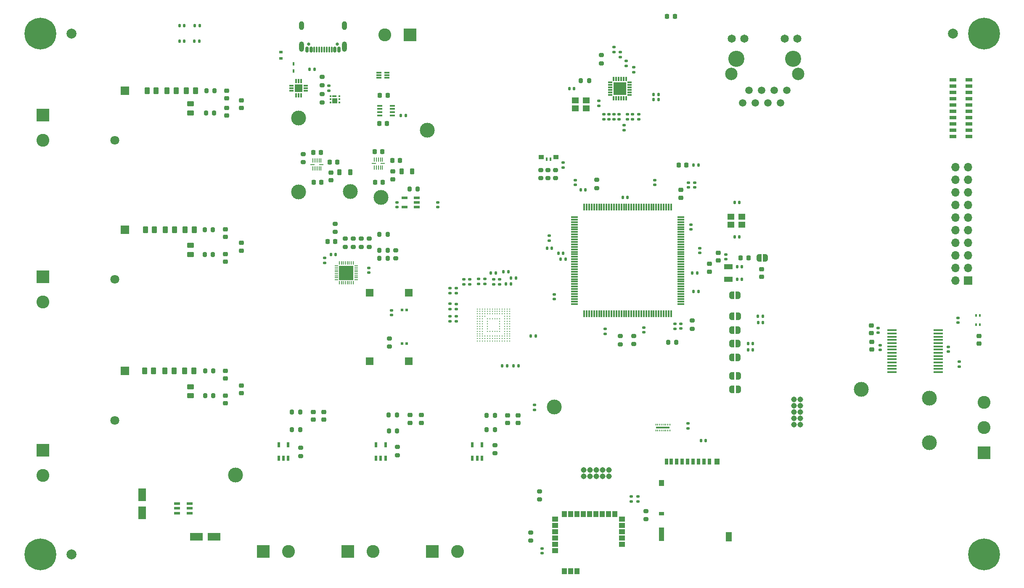
<source format=gbr>
%TF.GenerationSoftware,KiCad,Pcbnew,8.0.7*%
%TF.CreationDate,2025-11-12T22:50:05-06:00*%
%TF.ProjectId,EnergyMonitoringSystem,456e6572-6779-44d6-9f6e-69746f72696e,rev?*%
%TF.SameCoordinates,PX1c9c380PY91e9840*%
%TF.FileFunction,Soldermask,Top*%
%TF.FilePolarity,Negative*%
%FSLAX46Y46*%
G04 Gerber Fmt 4.6, Leading zero omitted, Abs format (unit mm)*
G04 Created by KiCad (PCBNEW 8.0.7) date 2025-11-12 22:50:05*
%MOMM*%
%LPD*%
G01*
G04 APERTURE LIST*
G04 Aperture macros list*
%AMRoundRect*
0 Rectangle with rounded corners*
0 $1 Rounding radius*
0 $2 $3 $4 $5 $6 $7 $8 $9 X,Y pos of 4 corners*
0 Add a 4 corners polygon primitive as box body*
4,1,4,$2,$3,$4,$5,$6,$7,$8,$9,$2,$3,0*
0 Add four circle primitives for the rounded corners*
1,1,$1+$1,$2,$3*
1,1,$1+$1,$4,$5*
1,1,$1+$1,$6,$7*
1,1,$1+$1,$8,$9*
0 Add four rect primitives between the rounded corners*
20,1,$1+$1,$2,$3,$4,$5,0*
20,1,$1+$1,$4,$5,$6,$7,0*
20,1,$1+$1,$6,$7,$8,$9,0*
20,1,$1+$1,$8,$9,$2,$3,0*%
%AMFreePoly0*
4,1,19,0.500000,-0.750000,0.000000,-0.750000,0.000000,-0.744911,-0.071157,-0.744911,-0.207708,-0.704816,-0.327430,-0.627875,-0.420627,-0.520320,-0.479746,-0.390866,-0.500000,-0.250000,-0.500000,0.250000,-0.479746,0.390866,-0.420627,0.520320,-0.327430,0.627875,-0.207708,0.704816,-0.071157,0.744911,0.000000,0.744911,0.000000,0.750000,0.500000,0.750000,0.500000,-0.750000,0.500000,-0.750000,
$1*%
%AMFreePoly1*
4,1,19,0.000000,0.744911,0.071157,0.744911,0.207708,0.704816,0.327430,0.627875,0.420627,0.520320,0.479746,0.390866,0.500000,0.250000,0.500000,-0.250000,0.479746,-0.390866,0.420627,-0.520320,0.327430,-0.627875,0.207708,-0.704816,0.071157,-0.744911,0.000000,-0.744911,0.000000,-0.750000,-0.500000,-0.750000,-0.500000,0.750000,0.000000,0.750000,0.000000,0.744911,0.000000,0.744911,
$1*%
G04 Aperture macros list end*
%ADD10RoundRect,0.200000X0.200000X0.275000X-0.200000X0.275000X-0.200000X-0.275000X0.200000X-0.275000X0*%
%ADD11FreePoly0,180.000000*%
%ADD12FreePoly1,180.000000*%
%ADD13RoundRect,0.135000X-0.185000X0.135000X-0.185000X-0.135000X0.185000X-0.135000X0.185000X0.135000X0*%
%ADD14R,1.700000X1.700000*%
%ADD15O,1.700000X1.700000*%
%ADD16R,0.420000X0.700000*%
%ADD17R,0.508000X0.977900*%
%ADD18RoundRect,0.140000X0.170000X-0.140000X0.170000X0.140000X-0.170000X0.140000X-0.170000X-0.140000X0*%
%ADD19RoundRect,0.140000X-0.170000X0.140000X-0.170000X-0.140000X0.170000X-0.140000X0.170000X0.140000X0*%
%ADD20RoundRect,0.225000X0.250000X-0.225000X0.250000X0.225000X-0.250000X0.225000X-0.250000X-0.225000X0*%
%ADD21RoundRect,0.135000X0.135000X0.185000X-0.135000X0.185000X-0.135000X-0.185000X0.135000X-0.185000X0*%
%ADD22RoundRect,0.250000X0.262500X0.450000X-0.262500X0.450000X-0.262500X-0.450000X0.262500X-0.450000X0*%
%ADD23RoundRect,0.140000X-0.140000X-0.170000X0.140000X-0.170000X0.140000X0.170000X-0.140000X0.170000X0*%
%ADD24R,0.550000X0.500000*%
%ADD25R,0.300000X0.850000*%
%ADD26R,0.850000X0.300000*%
%ADD27R,1.550000X1.550000*%
%ADD28RoundRect,0.200000X-0.275000X0.200000X-0.275000X-0.200000X0.275000X-0.200000X0.275000X0.200000X0*%
%ADD29RoundRect,0.135000X0.185000X-0.135000X0.185000X0.135000X-0.185000X0.135000X-0.185000X-0.135000X0*%
%ADD30RoundRect,0.225000X0.225000X0.250000X-0.225000X0.250000X-0.225000X-0.250000X0.225000X-0.250000X0*%
%ADD31RoundRect,0.135000X-0.135000X-0.185000X0.135000X-0.185000X0.135000X0.185000X-0.135000X0.185000X0*%
%ADD32RoundRect,0.225000X-0.225000X-0.250000X0.225000X-0.250000X0.225000X0.250000X-0.225000X0.250000X0*%
%ADD33RoundRect,0.140000X0.140000X0.170000X-0.140000X0.170000X-0.140000X-0.170000X0.140000X-0.170000X0*%
%ADD34C,3.000000*%
%ADD35R,1.050000X0.450000*%
%ADD36R,0.300000X0.350000*%
%ADD37R,1.125000X1.050000*%
%ADD38R,0.950000X0.350000*%
%ADD39RoundRect,0.147500X0.147500X0.172500X-0.147500X0.172500X-0.147500X-0.172500X0.147500X-0.172500X0*%
%ADD40C,6.400000*%
%ADD41R,1.981200X0.457200*%
%ADD42RoundRect,0.225000X-0.250000X0.225000X-0.250000X-0.225000X0.250000X-0.225000X0.250000X0.225000X0*%
%ADD43RoundRect,0.200000X0.275000X-0.200000X0.275000X0.200000X-0.275000X0.200000X-0.275000X-0.200000X0*%
%ADD44C,3.250000*%
%ADD45C,1.500000*%
%ADD46C,2.500000*%
%ADD47C,1.650000*%
%ADD48RoundRect,0.200000X-0.200000X-0.275000X0.200000X-0.275000X0.200000X0.275000X-0.200000X0.275000X0*%
%ADD49R,2.600000X2.600000*%
%ADD50C,2.600000*%
%ADD51RoundRect,0.250000X0.450000X-0.262500X0.450000X0.262500X-0.450000X0.262500X-0.450000X-0.262500X0*%
%ADD52R,0.200000X0.450000*%
%ADD53R,2.800000X0.300000*%
%ADD54R,0.200000X0.900000*%
%ADD55R,0.900000X0.200000*%
%ADD56RoundRect,0.218750X-0.218750X-0.256250X0.218750X-0.256250X0.218750X0.256250X-0.218750X0.256250X0*%
%ADD57R,1.000000X0.900000*%
%ADD58R,0.400000X0.800000*%
%ADD59R,1.500000X1.500000*%
%ADD60C,1.143000*%
%ADD61C,2.000000*%
%ADD62R,1.800000X1.800000*%
%ADD63C,1.800000*%
%ADD64RoundRect,0.218750X-0.256250X0.218750X-0.256250X-0.218750X0.256250X-0.218750X0.256250X0.218750X0*%
%ADD65R,1.800000X1.000000*%
%ADD66R,0.200000X0.750000*%
%ADD67R,0.750000X0.200000*%
%ADD68R,2.900000X2.900000*%
%ADD69R,1.470000X0.740000*%
%ADD70C,0.290000*%
%ADD71R,1.200000X1.000000*%
%ADD72R,1.000000X1.200000*%
%ADD73R,1.200000X0.600000*%
%ADD74R,0.400000X0.500000*%
%ADD75R,0.700000X1.200000*%
%ADD76R,1.000000X0.800000*%
%ADD77R,1.000000X2.800000*%
%ADD78R,1.300000X1.900000*%
%ADD79R,0.990000X0.300000*%
%ADD80R,1.600000X2.600000*%
%ADD81RoundRect,0.218750X-0.218750X-0.381250X0.218750X-0.381250X0.218750X0.381250X-0.218750X0.381250X0*%
%ADD82R,1.475000X0.300000*%
%ADD83R,0.300000X1.475000*%
%ADD84R,1.400000X1.200000*%
%ADD85R,0.800000X0.550000*%
%ADD86R,1.150000X0.600000*%
%ADD87RoundRect,0.218750X0.218750X0.256250X-0.218750X0.256250X-0.218750X-0.256250X0.218750X-0.256250X0*%
%ADD88C,0.650000*%
%ADD89RoundRect,0.150000X0.150000X0.425000X-0.150000X0.425000X-0.150000X-0.425000X0.150000X-0.425000X0*%
%ADD90RoundRect,0.075000X0.075000X0.500000X-0.075000X0.500000X-0.075000X-0.500000X0.075000X-0.500000X0*%
%ADD91O,1.000000X2.100000*%
%ADD92O,1.000000X1.800000*%
%ADD93R,2.600000X1.600000*%
G04 APERTURE END LIST*
D10*
%TO.C,R623*%
X40000000Y94000000D03*
X38350000Y94000000D03*
%TD*%
D11*
%TO.C,JP403*%
X145500000Y50250000D03*
D12*
X144200000Y50250000D03*
%TD*%
D13*
%TO.C,R809*%
X125500000Y93750000D03*
X125500000Y92730000D03*
%TD*%
D14*
%TO.C,J503*%
X191750000Y60210000D03*
D15*
X189210000Y60210000D03*
X191750000Y62750000D03*
X189210000Y62750000D03*
X191750000Y65290000D03*
X189210000Y65290000D03*
X191750000Y67830000D03*
X189210000Y67830000D03*
X191750000Y70370000D03*
X189210000Y70370000D03*
X191750000Y72910000D03*
X189210000Y72910000D03*
X191750000Y75450000D03*
X189210000Y75450000D03*
X191750000Y77990000D03*
X189210000Y77990000D03*
X191750000Y80530000D03*
X189210000Y80530000D03*
X191750000Y83070000D03*
X189210000Y83070000D03*
%TD*%
D16*
%TO.C,D202*%
X56012500Y102425000D03*
X56012500Y103875000D03*
%TD*%
D17*
%TO.C,U603*%
X92000000Y24400000D03*
X92950001Y24400000D03*
X93900002Y24400000D03*
X93900002Y27130500D03*
X92000000Y27130500D03*
%TD*%
D13*
%TO.C,R911*%
X90250000Y60510000D03*
X90250000Y59490000D03*
%TD*%
D18*
%TO.C,C202*%
X63112500Y98525000D03*
X63112500Y99485000D03*
%TD*%
D19*
%TO.C,C709*%
X135400000Y31400000D03*
X135400000Y30440000D03*
%TD*%
D20*
%TO.C,C405*%
X150250000Y60975000D03*
X150250000Y62525000D03*
%TD*%
D21*
%TO.C,R919*%
X104760000Y49000000D03*
X103740000Y49000000D03*
%TD*%
D22*
%TO.C,R604*%
X28325000Y98500000D03*
X26500000Y98500000D03*
%TD*%
D23*
%TO.C,C201*%
X59232500Y102825000D03*
X60192500Y102825000D03*
%TD*%
D24*
%TO.C,D401*%
X77800000Y54250000D03*
X78750000Y54250000D03*
%TD*%
D21*
%TO.C,R907*%
X99270000Y62000000D03*
X98250000Y62000000D03*
%TD*%
D25*
%TO.C,U201*%
X56512500Y97525000D03*
X57012500Y97525000D03*
X57512500Y97525000D03*
D26*
X58462500Y98475000D03*
X58462500Y98975000D03*
X58462500Y99475000D03*
D25*
X57512500Y100425000D03*
X57012500Y100425000D03*
X56512500Y100425000D03*
D26*
X55562500Y99475000D03*
X55562500Y98975000D03*
X55562500Y98475000D03*
D27*
X57012500Y98975000D03*
%TD*%
D28*
%TO.C,R412*%
X124500000Y49075000D03*
X124500000Y47425000D03*
%TD*%
D29*
%TO.C,R811*%
X121750000Y105250000D03*
X121750000Y106270000D03*
%TD*%
D30*
%TO.C,C305*%
X77425000Y84425000D03*
X75875000Y84425000D03*
%TD*%
D22*
%TO.C,R611*%
X32000000Y70500000D03*
X30175000Y70500000D03*
%TD*%
D29*
%TO.C,R803*%
X122500000Y90490000D03*
X122500000Y91510000D03*
%TD*%
D31*
%TO.C,R910*%
X100240000Y43000000D03*
X101260000Y43000000D03*
%TD*%
D32*
%TO.C,C204*%
X73362500Y97525000D03*
X74912500Y97525000D03*
%TD*%
D33*
%TO.C,C618*%
X64460001Y65439999D03*
X63500001Y65439999D03*
%TD*%
D34*
%TO.C,TP703*%
X170250000Y38250000D03*
%TD*%
D18*
%TO.C,C501*%
X124000000Y15700000D03*
X124000000Y16660000D03*
%TD*%
D13*
%TO.C,R913*%
X96250000Y60510000D03*
X96250000Y59490000D03*
%TD*%
D35*
%TO.C,U202*%
X75912500Y93525000D03*
X75912500Y94175000D03*
X75912500Y94825000D03*
X75912500Y95475000D03*
X73312500Y95475000D03*
X73312500Y94825000D03*
X73312500Y94175000D03*
X73312500Y93525000D03*
%TD*%
D36*
%TO.C,Q201*%
X65212500Y96125000D03*
X65212500Y96775000D03*
X65212500Y97425000D03*
X63437500Y97425000D03*
X63437500Y96775000D03*
X63437500Y96125000D03*
D37*
X64325000Y96475000D03*
D38*
X64237500Y97425000D03*
%TD*%
D20*
%TO.C,C701*%
X172300000Y49649999D03*
X172300000Y51199999D03*
%TD*%
D39*
%TO.C,D301*%
X33985000Y111600000D03*
X33015000Y111600000D03*
%TD*%
D13*
%TO.C,R807*%
X118500000Y93750000D03*
X118500000Y92730000D03*
%TD*%
D40*
%TO.C,H203*%
X195000000Y5000000D03*
%TD*%
D41*
%TO.C,U701*%
X176500000Y50199999D03*
X176500000Y49549998D03*
X176500000Y48899999D03*
X176500000Y48249998D03*
X176500000Y47600000D03*
X176500000Y46949998D03*
X176500000Y46300000D03*
X176500000Y45650001D03*
X176500000Y45000000D03*
X176500000Y44350001D03*
X176500000Y43700000D03*
X176500000Y43050001D03*
X176500000Y42400000D03*
X176500000Y41750001D03*
X185771000Y41749999D03*
X185771000Y42400000D03*
X185771000Y43049999D03*
X185771000Y43700000D03*
X185771000Y44349998D03*
X185771000Y45000000D03*
X185771000Y45649998D03*
X185771000Y46300000D03*
X185771000Y46949998D03*
X185771000Y47600000D03*
X185771000Y48249998D03*
X185771000Y48899999D03*
X185771000Y49549998D03*
X185771000Y50199999D03*
%TD*%
D42*
%TO.C,C615*%
X101200000Y33050000D03*
X101200000Y31500000D03*
%TD*%
D43*
%TO.C,R503*%
X103700000Y7800000D03*
X103700000Y9450000D03*
%TD*%
D44*
%TO.C,J801*%
X156540000Y104890000D03*
X145110000Y104890000D03*
D45*
X155270000Y98540000D03*
X154000000Y96000000D03*
X152730000Y98540000D03*
X151460000Y96000000D03*
X150190000Y98540000D03*
X148920000Y96000000D03*
X147650000Y98540000D03*
X146380000Y96000000D03*
D46*
X157555000Y101840000D03*
X144095000Y101840000D03*
D47*
X157450000Y108950000D03*
X154910000Y108950000D03*
X146740000Y108950000D03*
X144200000Y108950000D03*
%TD*%
D10*
%TO.C,R624*%
X39750000Y70500000D03*
X38100000Y70500000D03*
%TD*%
D21*
%TO.C,R203*%
X78612500Y93525000D03*
X77592500Y93525000D03*
%TD*%
D31*
%TO.C,R908*%
X99740000Y60750000D03*
X100760000Y60750000D03*
%TD*%
D21*
%TO.C,R920*%
X99010000Y43000000D03*
X97990000Y43000000D03*
%TD*%
D19*
%TO.C,C616*%
X62257775Y64760000D03*
X62257775Y63800000D03*
%TD*%
D48*
%TO.C,R402*%
X131425000Y47750000D03*
X133075000Y47750000D03*
%TD*%
D18*
%TO.C,C802*%
X117450000Y95470000D03*
X117450000Y96430000D03*
%TD*%
D19*
%TO.C,C428*%
X112750000Y80480000D03*
X112750000Y79520000D03*
%TD*%
D33*
%TO.C,C414*%
X110250000Y65750000D03*
X109290000Y65750000D03*
%TD*%
D42*
%TO.C,C601*%
X42500000Y98500000D03*
X42500000Y96950000D03*
%TD*%
D22*
%TO.C,R612*%
X31912500Y42000000D03*
X30087500Y42000000D03*
%TD*%
D49*
%TO.C,J602*%
X5500000Y61000000D03*
D50*
X5500000Y55920000D03*
%TD*%
D48*
%TO.C,R637*%
X73275000Y69500000D03*
X74925000Y69500000D03*
%TD*%
D51*
%TO.C,R619*%
X35250000Y94000000D03*
X35250000Y95825000D03*
%TD*%
D10*
%TO.C,R627*%
X39825000Y37000000D03*
X38175000Y37000000D03*
%TD*%
D23*
%TO.C,C409*%
X144770000Y76000000D03*
X145730000Y76000000D03*
%TD*%
D13*
%TO.C,R806*%
X120500000Y93750000D03*
X120500000Y92730000D03*
%TD*%
D10*
%TO.C,R630*%
X96500000Y33000000D03*
X94850000Y33000000D03*
%TD*%
D31*
%TO.C,R303*%
X36085000Y111600000D03*
X37105000Y111600000D03*
%TD*%
D52*
%TO.C,U702*%
X131750000Y31150000D03*
X131350000Y31150000D03*
X130950000Y31150000D03*
X130550000Y31150000D03*
X130150000Y31150000D03*
X129750000Y31150000D03*
X129350000Y31150000D03*
X128950000Y31150000D03*
X128950000Y30000000D03*
X129350000Y30000000D03*
X129750000Y30000000D03*
X130150000Y30000000D03*
X130550000Y30000000D03*
X130950000Y30000000D03*
X131350000Y30000000D03*
X131750000Y30000000D03*
D53*
X130350000Y30575000D03*
%TD*%
D17*
%TO.C,U602*%
X72599998Y24400000D03*
X73549999Y24400000D03*
X74500000Y24400000D03*
X74500000Y27130500D03*
X72599998Y27130500D03*
%TD*%
D19*
%TO.C,C433*%
X110250000Y83980000D03*
X110250000Y83020000D03*
%TD*%
D54*
%TO.C,U301*%
X72275000Y83025000D03*
X72675000Y83025000D03*
X73075000Y83025000D03*
X73475000Y83025000D03*
X73875000Y83025000D03*
D55*
X73975000Y83825000D03*
D54*
X73875000Y84625000D03*
X73475000Y84625000D03*
X73075000Y84625000D03*
X72675000Y84625000D03*
X72275000Y84625000D03*
D55*
X72175000Y83825000D03*
%TD*%
D19*
%TO.C,C401*%
X75750000Y54230000D03*
X75750000Y53270000D03*
%TD*%
D11*
%TO.C,JP408*%
X145500000Y57250000D03*
D12*
X144200000Y57250000D03*
%TD*%
D31*
%TO.C,R903*%
X95730000Y61750000D03*
X96750000Y61750000D03*
%TD*%
D17*
%TO.C,U601*%
X52999998Y24369500D03*
X53949999Y24369500D03*
X54900000Y24369500D03*
X54900000Y27100000D03*
X52999998Y27100000D03*
%TD*%
D29*
%TO.C,R915*%
X88750000Y51990000D03*
X88750000Y53010000D03*
%TD*%
D56*
%TO.C,L302*%
X60037500Y80025000D03*
X61612500Y80025000D03*
%TD*%
D42*
%TO.C,C603*%
X42250000Y70550000D03*
X42250000Y69000000D03*
%TD*%
D28*
%TO.C,R405*%
X105750000Y82500000D03*
X105750000Y80850000D03*
%TD*%
D19*
%TO.C,C705*%
X187800000Y46849999D03*
X187800000Y45889999D03*
%TD*%
D18*
%TO.C,C429*%
X136750000Y79000000D03*
X136750000Y79960000D03*
%TD*%
D19*
%TO.C,C421*%
X132750000Y51460000D03*
X132750000Y50500000D03*
%TD*%
D18*
%TO.C,C308*%
X85000000Y75020000D03*
X85000000Y75980000D03*
%TD*%
D56*
%TO.C,L301*%
X72400000Y80025000D03*
X73975000Y80025000D03*
%TD*%
D42*
%TO.C,C702*%
X172400000Y47859999D03*
X172400000Y46309999D03*
%TD*%
D26*
%TO.C,U801*%
X119750000Y100150000D03*
X119750000Y99650000D03*
X119750000Y99150000D03*
X119750000Y98650000D03*
X119750000Y98150000D03*
X119750000Y97650000D03*
D25*
X120450000Y96950000D03*
X120950000Y96950000D03*
X121450000Y96950000D03*
X121950000Y96950000D03*
X122450000Y96950000D03*
X122950000Y96950000D03*
D26*
X123650000Y97650000D03*
X123650000Y98150000D03*
X123650000Y98650000D03*
X123650000Y99150000D03*
X123650000Y99650000D03*
X123650000Y100150000D03*
D25*
X122950000Y100850000D03*
X122450000Y100850000D03*
X121950000Y100850000D03*
X121450000Y100850000D03*
X120950000Y100850000D03*
X120450000Y100850000D03*
D49*
X121700000Y98900000D03*
%TD*%
D40*
%TO.C,H201*%
X5000000Y110000000D03*
%TD*%
D42*
%TO.C,C602*%
X42500000Y95000000D03*
X42500000Y93450000D03*
%TD*%
D23*
%TO.C,C424*%
X145270000Y63000000D03*
X146230000Y63000000D03*
%TD*%
D49*
%TO.C,J604*%
X49920000Y5600000D03*
D50*
X55000000Y5600000D03*
%TD*%
D42*
%TO.C,C304*%
X63512500Y81975000D03*
X63512500Y80425000D03*
%TD*%
D57*
%TO.C,D407*%
X105845000Y85125000D03*
X108845000Y85125000D03*
D58*
X107745000Y84675000D03*
X106945000Y84675000D03*
%TD*%
D34*
%TO.C,TP201*%
X57012500Y93025000D03*
%TD*%
D18*
%TO.C,C435*%
X134000000Y50540000D03*
X134000000Y51500000D03*
%TD*%
D10*
%TO.C,R625*%
X39750000Y65500000D03*
X38100000Y65500000D03*
%TD*%
D18*
%TO.C,C502*%
X125300000Y15700000D03*
X125300000Y16660000D03*
%TD*%
D59*
%TO.C,SW402*%
X79150000Y44000000D03*
X71350000Y44000000D03*
%TD*%
D22*
%TO.C,R605*%
X28000000Y70500000D03*
X26175000Y70500000D03*
%TD*%
D43*
%TO.C,R301*%
X57912500Y84075000D03*
X57912500Y85725000D03*
%TD*%
D23*
%TO.C,C427*%
X107040000Y66750000D03*
X108000000Y66750000D03*
%TD*%
D60*
%TO.C,J401*%
X158000000Y31170000D03*
X156730000Y31170000D03*
X158000000Y32440000D03*
X156730000Y32440000D03*
X158000000Y33710000D03*
X156730000Y33710000D03*
X158000000Y34980000D03*
X156730000Y34980000D03*
X158000000Y36250000D03*
X156730000Y36250000D03*
%TD*%
D40*
%TO.C,H204*%
X5000000Y5000000D03*
%TD*%
D13*
%TO.C,R914*%
X88750000Y55510000D03*
X88750000Y54490000D03*
%TD*%
D28*
%TO.C,R401*%
X136250000Y52150000D03*
X136250000Y50500000D03*
%TD*%
D42*
%TO.C,C607*%
X45500000Y96550000D03*
X45500000Y95000000D03*
%TD*%
D28*
%TO.C,R631*%
X66400000Y68650000D03*
X66400000Y67000000D03*
%TD*%
%TO.C,R406*%
X108750000Y82500000D03*
X108750000Y80850000D03*
%TD*%
D32*
%TO.C,C431*%
X133500000Y83500000D03*
X135050000Y83500000D03*
%TD*%
D29*
%TO.C,R801*%
X121500000Y92730000D03*
X121500000Y93750000D03*
%TD*%
D11*
%TO.C,JP406*%
X145550000Y38250000D03*
D12*
X144250000Y38250000D03*
%TD*%
D61*
%TO.C,FM201*%
X11250000Y110000000D03*
%TD*%
D30*
%TO.C,C619*%
X64374999Y68075551D03*
X62824999Y68075551D03*
%TD*%
D11*
%TO.C,JP405*%
X145500000Y44750000D03*
D12*
X144200000Y44750000D03*
%TD*%
D28*
%TO.C,R404*%
X75250000Y48575000D03*
X75250000Y46925000D03*
%TD*%
D34*
%TO.C,TP302*%
X44300000Y21000000D03*
%TD*%
D28*
%TO.C,R608*%
X76900000Y26650000D03*
X76900000Y25000000D03*
%TD*%
D42*
%TO.C,C303*%
X75975000Y82200000D03*
X75975000Y80650000D03*
%TD*%
D18*
%TO.C,C310*%
X76800000Y75020000D03*
X76800000Y75980000D03*
%TD*%
D42*
%TO.C,C613*%
X60000000Y33750000D03*
X60000000Y32200000D03*
%TD*%
D13*
%TO.C,R916*%
X88750000Y58685000D03*
X88750000Y57665000D03*
%TD*%
D42*
%TO.C,C604*%
X42250000Y65550000D03*
X42250000Y64000000D03*
%TD*%
D62*
%TO.C,R601*%
X22000000Y98500000D03*
D63*
X20000000Y88500000D03*
%TD*%
D32*
%TO.C,C301*%
X72325000Y86225000D03*
X73875000Y86225000D03*
%TD*%
D18*
%TO.C,C617*%
X71149999Y61800000D03*
X71149999Y62760000D03*
%TD*%
D42*
%TO.C,C609*%
X45500000Y39050000D03*
X45500000Y37500000D03*
%TD*%
D29*
%TO.C,R812*%
X120500000Y106250000D03*
X120500000Y107270000D03*
%TD*%
D23*
%TO.C,C407*%
X136270000Y61750000D03*
X137230000Y61750000D03*
%TD*%
D19*
%TO.C,C706*%
X189800000Y52709999D03*
X189800000Y51749999D03*
%TD*%
D28*
%TO.C,R407*%
X107250000Y82500000D03*
X107250000Y80850000D03*
%TD*%
D10*
%TO.C,R617*%
X76850000Y29900000D03*
X75200000Y29900000D03*
%TD*%
D23*
%TO.C,C417*%
X122250000Y77000000D03*
X123210000Y77000000D03*
%TD*%
D34*
%TO.C,TP303*%
X57000000Y78100000D03*
%TD*%
D64*
%TO.C,FB402*%
X139750000Y63575000D03*
X139750000Y62000000D03*
%TD*%
D18*
%TO.C,C430*%
X135500000Y79020000D03*
X135500000Y79980000D03*
%TD*%
D34*
%TO.C,TP202*%
X82912500Y90525000D03*
%TD*%
D39*
%TO.C,D302*%
X33985000Y108500000D03*
X33015000Y108500000D03*
%TD*%
D28*
%TO.C,R633*%
X69650000Y68650000D03*
X69650000Y67000000D03*
%TD*%
D49*
%TO.C,J606*%
X83920000Y5600000D03*
D50*
X89000000Y5600000D03*
%TD*%
D65*
%TO.C,Y402*%
X143500000Y60500000D03*
X143500000Y63000000D03*
%TD*%
D42*
%TO.C,C707*%
X194000000Y49050000D03*
X194000000Y47500000D03*
%TD*%
D22*
%TO.C,R614*%
X36000000Y70500000D03*
X34175000Y70500000D03*
%TD*%
D42*
%TO.C,C605*%
X42250000Y42050000D03*
X42250000Y40500000D03*
%TD*%
D11*
%TO.C,JP407*%
X145550000Y41000000D03*
D12*
X144250000Y41000000D03*
%TD*%
D28*
%TO.C,R201*%
X61712500Y101275000D03*
X61712500Y99625000D03*
%TD*%
D66*
%TO.C,U604*%
X65199999Y59775551D03*
X65599999Y59775551D03*
X65999999Y59775551D03*
X66399999Y59775551D03*
X66799999Y59775551D03*
X67199999Y59775551D03*
X67599999Y59775551D03*
X67999999Y59775551D03*
D67*
X68599999Y60375551D03*
X68599999Y60775551D03*
X68599999Y61175551D03*
X68599999Y61575551D03*
X68599999Y61975551D03*
X68599999Y62375551D03*
X68599999Y62775551D03*
X68599999Y63175551D03*
D66*
X67999999Y63775551D03*
X67599999Y63775551D03*
X67199999Y63775551D03*
X66799999Y63775551D03*
X66399999Y63775551D03*
X65999999Y63775551D03*
X65599999Y63775551D03*
X65199999Y63775551D03*
D67*
X64599999Y63175551D03*
X64599999Y62775551D03*
X64599999Y62375551D03*
X64599999Y61975551D03*
X64599999Y61575551D03*
X64599999Y61175551D03*
X64599999Y60775551D03*
X64599999Y60375551D03*
D68*
X66599999Y61775551D03*
%TD*%
D42*
%TO.C,C611*%
X79400000Y33100000D03*
X79400000Y31550000D03*
%TD*%
D28*
%TO.C,R636*%
X64399999Y71675551D03*
X64399999Y70025551D03*
%TD*%
D42*
%TO.C,C612*%
X99100000Y33050000D03*
X99100000Y31500000D03*
%TD*%
D32*
%TO.C,C302*%
X59962500Y86025000D03*
X61512500Y86025000D03*
%TD*%
D61*
%TO.C,FM202*%
X188750000Y110000000D03*
%TD*%
D34*
%TO.C,TP304*%
X67412500Y78125000D03*
%TD*%
D40*
%TO.C,H202*%
X195000000Y110000000D03*
%TD*%
D69*
%TO.C,J501*%
X188750000Y89250000D03*
X191980000Y89250000D03*
X188750000Y90520000D03*
X191980000Y90520000D03*
X188750000Y91790000D03*
X191980000Y91790000D03*
X188750000Y93060000D03*
X191980000Y93060000D03*
X188750000Y94330000D03*
X191980000Y94330000D03*
X188750000Y95600000D03*
X191980000Y95600000D03*
X188750000Y96870000D03*
X191980000Y96870000D03*
X188750000Y98140000D03*
X191980000Y98140000D03*
X188750000Y99410000D03*
X191980000Y99410000D03*
X188750000Y100680000D03*
X191980000Y100680000D03*
%TD*%
D70*
%TO.C,U901*%
X93000000Y54500000D03*
X93500000Y54500000D03*
X94000000Y54500000D03*
X94500000Y54500000D03*
X95000000Y54500000D03*
X95500000Y54500000D03*
X96000000Y54500000D03*
X96500000Y54500000D03*
X97000000Y54500000D03*
X97500000Y54500000D03*
X98000000Y54500000D03*
X98500000Y54500000D03*
X99000000Y54500000D03*
X99500000Y54500000D03*
X93000000Y54000000D03*
X93500000Y54000000D03*
X94000000Y54000000D03*
X94500000Y54000000D03*
X95000000Y54000000D03*
X95500000Y54000000D03*
X96000000Y54000000D03*
X96500000Y54000000D03*
X97000000Y54000000D03*
X97500000Y54000000D03*
X98000000Y54000000D03*
X98500000Y54000000D03*
X99000000Y54000000D03*
X99500000Y54000000D03*
X93000000Y53500000D03*
X93500000Y53500000D03*
X94000000Y53500000D03*
X94500000Y53500000D03*
X95000000Y53500000D03*
X95500000Y53500000D03*
X96000000Y53500000D03*
X96500000Y53500000D03*
X97000000Y53500000D03*
X97500000Y53500000D03*
X98000000Y53500000D03*
X98500000Y53500000D03*
X99000000Y53500000D03*
X99500000Y53500000D03*
X93000000Y53000000D03*
X93500000Y53000000D03*
X94000000Y53000000D03*
X94500000Y53000000D03*
X98500000Y53000000D03*
X99000000Y53000000D03*
X99500000Y53000000D03*
X93000000Y52500000D03*
X93500000Y52500000D03*
X94000000Y52500000D03*
X95000000Y52500000D03*
X95500000Y52500000D03*
X96000000Y52500000D03*
X96500000Y52500000D03*
X97000000Y52500000D03*
X97500000Y52500000D03*
X98500000Y52500000D03*
X99000000Y52500000D03*
X99500000Y52500000D03*
X93000000Y52000000D03*
X93500000Y52000000D03*
X94000000Y52000000D03*
X95000000Y52000000D03*
X97500000Y52000000D03*
X98500000Y52000000D03*
X99000000Y52000000D03*
X99500000Y52000000D03*
X93000000Y51500000D03*
X93500000Y51500000D03*
X94000000Y51500000D03*
X95000000Y51500000D03*
X97500000Y51500000D03*
X98500000Y51500000D03*
X99000000Y51500000D03*
X99500000Y51500000D03*
X93000000Y51000000D03*
X93500000Y51000000D03*
X94000000Y51000000D03*
X95000000Y51000000D03*
X97500000Y51000000D03*
X98500000Y51000000D03*
X99000000Y51000000D03*
X99500000Y51000000D03*
X93000000Y50500000D03*
X93500000Y50500000D03*
X94000000Y50500000D03*
X95000000Y50500000D03*
X97500000Y50500000D03*
X98500000Y50500000D03*
X99000000Y50500000D03*
X99500000Y50500000D03*
X93000000Y50000000D03*
X93500000Y50000000D03*
X94000000Y50000000D03*
X95000000Y50000000D03*
X95500000Y50000000D03*
X96000000Y50000000D03*
X96500000Y50000000D03*
X97000000Y50000000D03*
X97500000Y50000000D03*
X98500000Y50000000D03*
X99000000Y50000000D03*
X99500000Y50000000D03*
X93000000Y49500000D03*
X93500000Y49500000D03*
X94000000Y49500000D03*
X98500000Y49500000D03*
X99000000Y49500000D03*
X99500000Y49500000D03*
X93000000Y49000000D03*
X93500000Y49000000D03*
X94000000Y49000000D03*
X94500000Y49000000D03*
X95000000Y49000000D03*
X95500000Y49000000D03*
X96000000Y49000000D03*
X96500000Y49000000D03*
X97000000Y49000000D03*
X97500000Y49000000D03*
X98000000Y49000000D03*
X98500000Y49000000D03*
X99000000Y49000000D03*
X99500000Y49000000D03*
X93000000Y48500000D03*
X93500000Y48500000D03*
X94000000Y48500000D03*
X94500000Y48500000D03*
X95000000Y48500000D03*
X95500000Y48500000D03*
X96000000Y48500000D03*
X96500000Y48500000D03*
X97000000Y48500000D03*
X97500000Y48500000D03*
X98000000Y48500000D03*
X98500000Y48500000D03*
X99000000Y48500000D03*
X99500000Y48500000D03*
X93000000Y48000000D03*
X93500000Y48000000D03*
X94000000Y48000000D03*
X94500000Y48000000D03*
X95000000Y48000000D03*
X95500000Y48000000D03*
X96000000Y48000000D03*
X96500000Y48000000D03*
X97000000Y48000000D03*
X97500000Y48000000D03*
X98000000Y48000000D03*
X98500000Y48000000D03*
X99000000Y48000000D03*
X99500000Y48000000D03*
%TD*%
D71*
%TO.C,U501*%
X122110000Y7085000D03*
X122110000Y8355000D03*
X122110000Y9625000D03*
X122110000Y10895000D03*
X122110000Y12165000D03*
D72*
X120650000Y13165000D03*
X119380000Y13165000D03*
X118110000Y13165000D03*
X116840000Y13165000D03*
X115570000Y13165000D03*
X114300000Y13165000D03*
X113030000Y13165000D03*
X111760000Y13165000D03*
X110490000Y13165000D03*
D71*
X108610000Y12165000D03*
X108610000Y10895000D03*
X108610000Y9625000D03*
X108610000Y8355000D03*
X108610000Y7085000D03*
X108610000Y5750000D03*
D72*
X110490000Y1665000D03*
X111760000Y1665000D03*
X113030000Y1665000D03*
%TD*%
D73*
%TO.C,U304*%
X32550000Y15250000D03*
X32550000Y14300000D03*
X32550000Y13350000D03*
X35050000Y13350000D03*
X35050000Y14300000D03*
X35050000Y15250000D03*
%TD*%
D34*
%TO.C,TP702*%
X184000000Y36500000D03*
%TD*%
D28*
%TO.C,R607*%
X57400000Y26500000D03*
X57400000Y24850000D03*
%TD*%
D11*
%TO.C,JP402*%
X145550000Y53000000D03*
D12*
X144250000Y53000000D03*
%TD*%
D74*
%TO.C,FB701*%
X193400000Y53149999D03*
X194200000Y53149999D03*
%TD*%
D22*
%TO.C,R606*%
X27825000Y42000000D03*
X26000000Y42000000D03*
%TD*%
D10*
%TO.C,R622*%
X40075000Y98500000D03*
X38425000Y98500000D03*
%TD*%
D49*
%TO.C,J701*%
X195000000Y25500000D03*
D50*
X195000000Y30580000D03*
X195000000Y35660000D03*
%TD*%
D29*
%TO.C,R802*%
X119500000Y92730000D03*
X119500000Y93750000D03*
%TD*%
D75*
%TO.C,J702*%
X139700000Y23700000D03*
X138600000Y23700000D03*
X137500000Y23700000D03*
X136400000Y23700000D03*
X135300000Y23700000D03*
X134200000Y23700000D03*
X133100000Y23700000D03*
X132000000Y23700000D03*
X131050000Y23700000D03*
D72*
X141250000Y23700000D03*
X130100000Y19400000D03*
D76*
X130100000Y13200000D03*
D77*
X130100000Y9050000D03*
D78*
X143600000Y8600000D03*
%TD*%
D28*
%TO.C,R609*%
X96500000Y27050000D03*
X96500000Y25400000D03*
%TD*%
D74*
%TO.C,FB702*%
X193400000Y51349999D03*
X194200000Y51349999D03*
%TD*%
D22*
%TO.C,R610*%
X32325000Y98500000D03*
X30500000Y98500000D03*
%TD*%
D19*
%TO.C,C419*%
X143000000Y65460000D03*
X143000000Y64500000D03*
%TD*%
D13*
%TO.C,R901*%
X91500000Y60510000D03*
X91500000Y59490000D03*
%TD*%
D18*
%TO.C,C703*%
X174100000Y46249999D03*
X174100000Y47209999D03*
%TD*%
D29*
%TO.C,R921*%
X104500000Y34165000D03*
X104500000Y35185000D03*
%TD*%
D43*
%TO.C,R814*%
X118000000Y104000000D03*
X118000000Y105650000D03*
%TD*%
%TO.C,R639*%
X76600000Y64675000D03*
X76600000Y66325000D03*
%TD*%
D13*
%TO.C,R906*%
X87500000Y58685000D03*
X87500000Y57665000D03*
%TD*%
D21*
%TO.C,R805*%
X129510000Y96750000D03*
X128490000Y96750000D03*
%TD*%
D19*
%TO.C,C704*%
X173700000Y50649999D03*
X173700000Y49689999D03*
%TD*%
D13*
%TO.C,R912*%
X93250000Y60520000D03*
X93250000Y59500000D03*
%TD*%
D28*
%TO.C,R634*%
X71250000Y68650000D03*
X71250000Y67000000D03*
%TD*%
D48*
%TO.C,R820*%
X113850000Y100500000D03*
X115500000Y100500000D03*
%TD*%
D22*
%TO.C,R613*%
X36250000Y98500000D03*
X34425000Y98500000D03*
%TD*%
D23*
%TO.C,C801*%
X111490000Y98950000D03*
X112450000Y98950000D03*
%TD*%
D19*
%TO.C,C420*%
X126500000Y50750000D03*
X126500000Y49790000D03*
%TD*%
D10*
%TO.C,R618*%
X96500000Y30200000D03*
X94850000Y30200000D03*
%TD*%
D31*
%TO.C,R810*%
X128490000Y97750000D03*
X129510000Y97750000D03*
%TD*%
D33*
%TO.C,C708*%
X139000000Y28000000D03*
X138040000Y28000000D03*
%TD*%
%TO.C,C406*%
X110750000Y64500000D03*
X109790000Y64500000D03*
%TD*%
D43*
%TO.C,R501*%
X126900000Y12100000D03*
X126900000Y13750000D03*
%TD*%
D62*
%TO.C,R603*%
X22000000Y42000000D03*
D63*
X20000000Y32000000D03*
%TD*%
D19*
%TO.C,C426*%
X107500000Y69250000D03*
X107500000Y68290000D03*
%TD*%
D79*
%TO.C,U203*%
X73202500Y102125000D03*
X73202500Y101625000D03*
X73202500Y101125000D03*
X74812500Y101125000D03*
X74812500Y101625000D03*
X74812500Y102125000D03*
%TD*%
D13*
%TO.C,R917*%
X97500000Y60510000D03*
X97500000Y59490000D03*
%TD*%
D29*
%TO.C,R804*%
X124250000Y92730000D03*
X124250000Y93750000D03*
%TD*%
D28*
%TO.C,R202*%
X61712500Y97775000D03*
X61712500Y96125000D03*
%TD*%
D80*
%TO.C,C309*%
X25500000Y17000000D03*
X25500000Y13400000D03*
%TD*%
D33*
%TO.C,C413*%
X148460000Y46250000D03*
X147500000Y46250000D03*
%TD*%
D51*
%TO.C,R620*%
X35250000Y65500000D03*
X35250000Y67325000D03*
%TD*%
D13*
%TO.C,R808*%
X123250000Y93750000D03*
X123250000Y92730000D03*
%TD*%
D48*
%TO.C,R638*%
X73275000Y66300000D03*
X74925000Y66300000D03*
%TD*%
D42*
%TO.C,C606*%
X42250000Y37050000D03*
X42250000Y35500000D03*
%TD*%
D49*
%TO.C,J605*%
X66920000Y5600000D03*
D50*
X72000000Y5600000D03*
%TD*%
D81*
%TO.C,L304*%
X65250000Y82025000D03*
X67375000Y82025000D03*
%TD*%
D29*
%TO.C,R701*%
X190000000Y42829999D03*
X190000000Y43849999D03*
%TD*%
D81*
%TO.C,L303*%
X77712500Y82225000D03*
X79837500Y82225000D03*
%TD*%
D13*
%TO.C,R902*%
X94500000Y60520000D03*
X94500000Y59500000D03*
%TD*%
D82*
%TO.C,U401*%
X133988000Y55512000D03*
X133988000Y56012000D03*
X133988000Y56512000D03*
X133988000Y57012000D03*
X133988000Y57512000D03*
X133988000Y58012000D03*
X133988000Y58512000D03*
X133988000Y59012000D03*
X133988000Y59512000D03*
X133988000Y60012000D03*
X133988000Y60512000D03*
X133988000Y61012000D03*
X133988000Y61512000D03*
X133988000Y62012000D03*
X133988000Y62512000D03*
X133988000Y63012000D03*
X133988000Y63512000D03*
X133988000Y64012000D03*
X133988000Y64512000D03*
X133988000Y65012000D03*
X133988000Y65512000D03*
X133988000Y66012000D03*
X133988000Y66512000D03*
X133988000Y67012000D03*
X133988000Y67512000D03*
X133988000Y68012000D03*
X133988000Y68512000D03*
X133988000Y69012000D03*
X133988000Y69512000D03*
X133988000Y70012000D03*
X133988000Y70512000D03*
X133988000Y71012000D03*
X133988000Y71512000D03*
X133988000Y72012000D03*
X133988000Y72512000D03*
X133988000Y73012000D03*
D83*
X132000000Y75000000D03*
X131500000Y75000000D03*
X131000000Y75000000D03*
X130500000Y75000000D03*
X130000000Y75000000D03*
X129500000Y75000000D03*
X129000000Y75000000D03*
X128500000Y75000000D03*
X128000000Y75000000D03*
X127500000Y75000000D03*
X127000000Y75000000D03*
X126500000Y75000000D03*
X126000000Y75000000D03*
X125500000Y75000000D03*
X125000000Y75000000D03*
X124500000Y75000000D03*
X124000000Y75000000D03*
X123500000Y75000000D03*
X123000000Y75000000D03*
X122500000Y75000000D03*
X122000000Y75000000D03*
X121500000Y75000000D03*
X121000000Y75000000D03*
X120500000Y75000000D03*
X120000000Y75000000D03*
X119500000Y75000000D03*
X119000000Y75000000D03*
X118500000Y75000000D03*
X118000000Y75000000D03*
X117500000Y75000000D03*
X117000000Y75000000D03*
X116500000Y75000000D03*
X116000000Y75000000D03*
X115500000Y75000000D03*
X115000000Y75000000D03*
X114500000Y75000000D03*
D82*
X112512000Y73012000D03*
X112512000Y72512000D03*
X112512000Y72012000D03*
X112512000Y71512000D03*
X112512000Y71012000D03*
X112512000Y70512000D03*
X112512000Y70012000D03*
X112512000Y69512000D03*
X112512000Y69012000D03*
X112512000Y68512000D03*
X112512000Y68012000D03*
X112512000Y67512000D03*
X112512000Y67012000D03*
X112512000Y66512000D03*
X112512000Y66012000D03*
X112512000Y65512000D03*
X112512000Y65012000D03*
X112512000Y64512000D03*
X112512000Y64012000D03*
X112512000Y63512000D03*
X112512000Y63012000D03*
X112512000Y62512000D03*
X112512000Y62012000D03*
X112512000Y61512000D03*
X112512000Y61012000D03*
X112512000Y60512000D03*
X112512000Y60012000D03*
X112512000Y59512000D03*
X112512000Y59012000D03*
X112512000Y58512000D03*
X112512000Y58012000D03*
X112512000Y57512000D03*
X112512000Y57012000D03*
X112512000Y56512000D03*
X112512000Y56012000D03*
X112512000Y55512000D03*
D83*
X114500000Y53524000D03*
X115000000Y53524000D03*
X115500000Y53524000D03*
X116000000Y53524000D03*
X116500000Y53524000D03*
X117000000Y53524000D03*
X117500000Y53524000D03*
X118000000Y53524000D03*
X118500000Y53524000D03*
X119000000Y53524000D03*
X119500000Y53524000D03*
X120000000Y53524000D03*
X120500000Y53524000D03*
X121000000Y53524000D03*
X121500000Y53524000D03*
X122000000Y53524000D03*
X122500000Y53524000D03*
X123000000Y53524000D03*
X123500000Y53524000D03*
X124000000Y53524000D03*
X124500000Y53524000D03*
X125000000Y53524000D03*
X125500000Y53524000D03*
X126000000Y53524000D03*
X126500000Y53524000D03*
X127000000Y53524000D03*
X127500000Y53524000D03*
X128000000Y53524000D03*
X128500000Y53524000D03*
X129000000Y53524000D03*
X129500000Y53524000D03*
X130000000Y53524000D03*
X130500000Y53524000D03*
X131000000Y53524000D03*
X131500000Y53524000D03*
X132000000Y53524000D03*
%TD*%
D34*
%TO.C,TP701*%
X184000000Y27500000D03*
%TD*%
D33*
%TO.C,C412*%
X148480000Y47500000D03*
X147520000Y47500000D03*
%TD*%
D10*
%TO.C,R626*%
X39825000Y42000000D03*
X38175000Y42000000D03*
%TD*%
D23*
%TO.C,C402*%
X136520000Y58000000D03*
X137480000Y58000000D03*
%TD*%
D84*
%TO.C,Y401*%
X146200000Y73100000D03*
X144000000Y73100000D03*
X144000000Y71500000D03*
X146200000Y71500000D03*
%TD*%
D49*
%TO.C,J601*%
X5500000Y93580000D03*
D50*
X5500000Y88500000D03*
%TD*%
D51*
%TO.C,R621*%
X35250000Y37000000D03*
X35250000Y38825000D03*
%TD*%
D29*
%TO.C,R813*%
X124500000Y102250000D03*
X124500000Y103270000D03*
%TD*%
D59*
%TO.C,SW401*%
X79150000Y57750000D03*
X71350000Y57750000D03*
%TD*%
D54*
%TO.C,U302*%
X59912500Y82825000D03*
X60312500Y82825000D03*
X60712500Y82825000D03*
X61112500Y82825000D03*
X61512500Y82825000D03*
D55*
X61612500Y83625000D03*
D54*
X61512500Y84425000D03*
X61112500Y84425000D03*
X60712500Y84425000D03*
X60312500Y84425000D03*
X59912500Y84425000D03*
D55*
X59812500Y83625000D03*
%TD*%
D85*
%TO.C,D201*%
X53412500Y106275000D03*
X53412500Y105025000D03*
%TD*%
D10*
%TO.C,R629*%
X76800000Y33100000D03*
X75150000Y33100000D03*
%TD*%
D28*
%TO.C,R413*%
X121750000Y49000000D03*
X121750000Y47350000D03*
%TD*%
D31*
%TO.C,R304*%
X35965000Y108500000D03*
X36985000Y108500000D03*
%TD*%
D49*
%TO.C,J202*%
X79412500Y109725000D03*
D50*
X74332500Y109725000D03*
%TD*%
D84*
%TO.C,Y801*%
X112750000Y94950000D03*
X114950000Y94950000D03*
X114950000Y96550000D03*
X112750000Y96550000D03*
%TD*%
D42*
%TO.C,C614*%
X81700000Y33100000D03*
X81700000Y31550000D03*
%TD*%
D22*
%TO.C,R615*%
X35912500Y42000000D03*
X34087500Y42000000D03*
%TD*%
D18*
%TO.C,C416*%
X128750000Y79520000D03*
X128750000Y80480000D03*
%TD*%
D42*
%TO.C,C608*%
X45500000Y67800000D03*
X45500000Y66250000D03*
%TD*%
D56*
%TO.C,FB801*%
X131212500Y113500000D03*
X132787500Y113500000D03*
%TD*%
D32*
%TO.C,C203*%
X73237500Y91875000D03*
X74787500Y91875000D03*
%TD*%
D10*
%TO.C,R616*%
X57325000Y30200000D03*
X55675000Y30200000D03*
%TD*%
D23*
%TO.C,C418*%
X113790000Y78500000D03*
X114750000Y78500000D03*
%TD*%
%TO.C,C423*%
X145290000Y60500000D03*
X146250000Y60500000D03*
%TD*%
D62*
%TO.C,R602*%
X22000000Y70500000D03*
D63*
X20000000Y60500000D03*
%TD*%
D10*
%TO.C,R628*%
X57325000Y33700000D03*
X55675000Y33700000D03*
%TD*%
D34*
%TO.C,TP301*%
X73600000Y77000000D03*
%TD*%
D19*
%TO.C,C503*%
X106000000Y6200000D03*
X106000000Y5240000D03*
%TD*%
D18*
%TO.C,C422*%
X118750000Y49500000D03*
X118750000Y50460000D03*
%TD*%
D29*
%TO.C,R905*%
X87500000Y51990000D03*
X87500000Y53010000D03*
%TD*%
D19*
%TO.C,C403*%
X137750000Y66750000D03*
X137750000Y65790000D03*
%TD*%
D29*
%TO.C,R815*%
X123000000Y103490000D03*
X123000000Y104510000D03*
%TD*%
D33*
%TO.C,C432*%
X137500000Y83500000D03*
X136540000Y83500000D03*
%TD*%
D18*
%TO.C,C404*%
X136000000Y70520000D03*
X136000000Y71480000D03*
%TD*%
D33*
%TO.C,C408*%
X145750000Y69000000D03*
X144790000Y69000000D03*
%TD*%
D86*
%TO.C,U303*%
X80800000Y75000000D03*
X80800000Y75950000D03*
X80800000Y76900000D03*
X78300000Y76900000D03*
X78300000Y75000000D03*
%TD*%
D30*
%TO.C,C306*%
X64787500Y84125000D03*
X63237500Y84125000D03*
%TD*%
D24*
%TO.C,D402*%
X77800000Y47500000D03*
X78750000Y47500000D03*
%TD*%
D87*
%TO.C,L401*%
X147575000Y64750000D03*
X146000000Y64750000D03*
%TD*%
D60*
%TO.C,J502*%
X114430000Y20800000D03*
X114430000Y22070000D03*
X115700000Y20800000D03*
X115700000Y22070000D03*
X116970000Y20800000D03*
X116970000Y22070000D03*
X118240000Y20800000D03*
X118240000Y22070000D03*
X119510000Y20800000D03*
X119510000Y22070000D03*
%TD*%
D42*
%TO.C,C415*%
X141500000Y65800000D03*
X141500000Y64250000D03*
%TD*%
D88*
%TO.C,J201*%
X64802500Y107900000D03*
X59022500Y107900000D03*
D89*
X65112500Y106825000D03*
X64312500Y106825000D03*
D90*
X63162500Y106825000D03*
X62162500Y106825000D03*
X61662500Y106825000D03*
X60662500Y106825000D03*
D89*
X59512500Y106825000D03*
X58712500Y106825000D03*
X58712500Y106825000D03*
X59512500Y106825000D03*
D90*
X60162500Y106825000D03*
X61162500Y106825000D03*
X62662500Y106825000D03*
X63662500Y106825000D03*
D89*
X64312500Y106825000D03*
X65112500Y106825000D03*
D91*
X66232500Y107400000D03*
D92*
X66232500Y111580000D03*
D91*
X57592500Y107400000D03*
D92*
X57592500Y111580000D03*
%TD*%
D33*
%TO.C,C411*%
X150480000Y51750000D03*
X149520000Y51750000D03*
%TD*%
D93*
%TO.C,C307*%
X40000000Y8600000D03*
X36400000Y8600000D03*
%TD*%
D64*
%TO.C,FB401*%
X134000000Y78500000D03*
X134000000Y76925000D03*
%TD*%
D28*
%TO.C,R502*%
X105500000Y17750000D03*
X105500000Y16100000D03*
%TD*%
D61*
%TO.C,FM203*%
X11250000Y5000000D03*
%TD*%
D18*
%TO.C,C425*%
X108500000Y56500000D03*
X108500000Y57460000D03*
%TD*%
D11*
%TO.C,JP404*%
X145500000Y47500000D03*
D12*
X144200000Y47500000D03*
%TD*%
D48*
%TO.C,R302*%
X79350000Y78700000D03*
X81000000Y78700000D03*
%TD*%
D34*
%TO.C,TP901*%
X108500000Y34750000D03*
%TD*%
D10*
%TO.C,R635*%
X74925000Y64700000D03*
X73275000Y64700000D03*
%TD*%
D49*
%TO.C,J603*%
X5500000Y26000000D03*
D50*
X5500000Y20920000D03*
%TD*%
D21*
%TO.C,R918*%
X99770000Y59500000D03*
X98750000Y59500000D03*
%TD*%
D11*
%TO.C,JP401*%
X151000000Y64750000D03*
D12*
X149700000Y64750000D03*
%TD*%
D33*
%TO.C,C410*%
X150460000Y53000000D03*
X149500000Y53000000D03*
%TD*%
D42*
%TO.C,C610*%
X62100000Y33750000D03*
X62100000Y32200000D03*
%TD*%
D28*
%TO.C,R632*%
X68050000Y68675000D03*
X68050000Y67025000D03*
%TD*%
D13*
%TO.C,R904*%
X87500000Y55520000D03*
X87500000Y54500000D03*
%TD*%
D28*
%TO.C,R414*%
X117000000Y80500000D03*
X117000000Y78850000D03*
%TD*%
M02*

</source>
